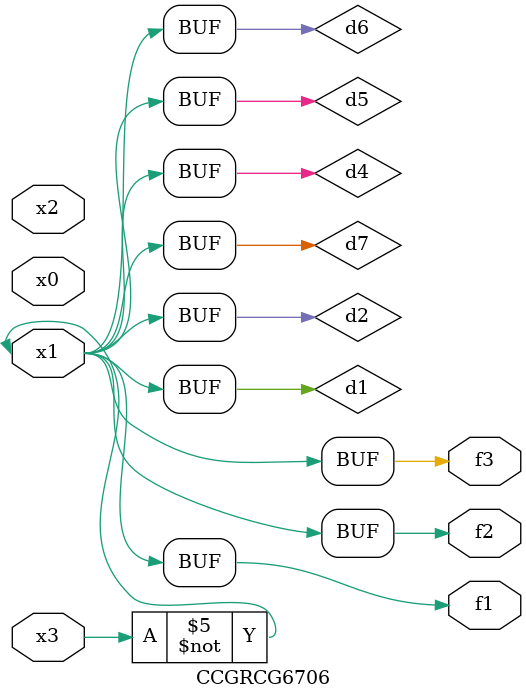
<source format=v>
module CCGRCG6706(
	input x0, x1, x2, x3,
	output f1, f2, f3
);

	wire d1, d2, d3, d4, d5, d6, d7;

	not (d1, x3);
	buf (d2, x1);
	xnor (d3, d1, d2);
	nor (d4, d1);
	buf (d5, d1, d2);
	buf (d6, d4, d5);
	nand (d7, d4);
	assign f1 = d6;
	assign f2 = d7;
	assign f3 = d6;
endmodule

</source>
